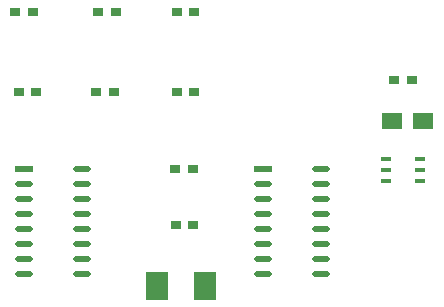
<source format=gtp>
G04*
G04 #@! TF.GenerationSoftware,Altium Limited,Altium Designer,20.1.10 (176)*
G04*
G04 Layer_Color=8421504*
%FSLAX25Y25*%
%MOIN*%
G70*
G04*
G04 #@! TF.SameCoordinates,3FE8EB72-B5E6-4F20-A0E2-AFB057232DD4*
G04*
G04*
G04 #@! TF.FilePolarity,Positive*
G04*
G01*
G75*
%ADD15R,0.07480X0.09449*%
%ADD16R,0.05906X0.01968*%
%ADD17O,0.05906X0.01968*%
%ADD18R,0.03200X0.03000*%
%ADD19R,0.03543X0.01575*%
%ADD20R,0.07087X0.05315*%
D15*
X136468Y66396D02*
D03*
X120326D02*
D03*
D16*
X75997Y105196D02*
D03*
X155797D02*
D03*
D17*
X75997Y100196D02*
D03*
Y95196D02*
D03*
Y90196D02*
D03*
Y85196D02*
D03*
Y80196D02*
D03*
Y75196D02*
D03*
Y70196D02*
D03*
X95289Y105196D02*
D03*
Y100196D02*
D03*
Y95196D02*
D03*
Y90196D02*
D03*
Y85196D02*
D03*
Y80196D02*
D03*
Y75196D02*
D03*
Y70196D02*
D03*
X155797Y100196D02*
D03*
Y95196D02*
D03*
Y90196D02*
D03*
Y85196D02*
D03*
Y80196D02*
D03*
Y75196D02*
D03*
Y70196D02*
D03*
X175089Y105196D02*
D03*
Y100196D02*
D03*
Y95196D02*
D03*
Y90196D02*
D03*
Y85196D02*
D03*
Y80196D02*
D03*
Y75196D02*
D03*
Y70196D02*
D03*
D18*
X126597Y86696D02*
D03*
X132497D02*
D03*
X126497Y105281D02*
D03*
X132397D02*
D03*
X80197Y130796D02*
D03*
X74297D02*
D03*
X126997Y130996D02*
D03*
X132897D02*
D03*
X106097D02*
D03*
X100197D02*
D03*
X205297Y134796D02*
D03*
X199397D02*
D03*
X100797Y157696D02*
D03*
X106697D02*
D03*
X73197D02*
D03*
X79097D02*
D03*
X126997D02*
D03*
X132897D02*
D03*
D19*
X196886Y101156D02*
D03*
X207909Y101156D02*
D03*
Y108636D02*
D03*
X196886Y108636D02*
D03*
Y104896D02*
D03*
X207909Y104896D02*
D03*
D20*
X198682Y121096D02*
D03*
X208997D02*
D03*
M02*

</source>
